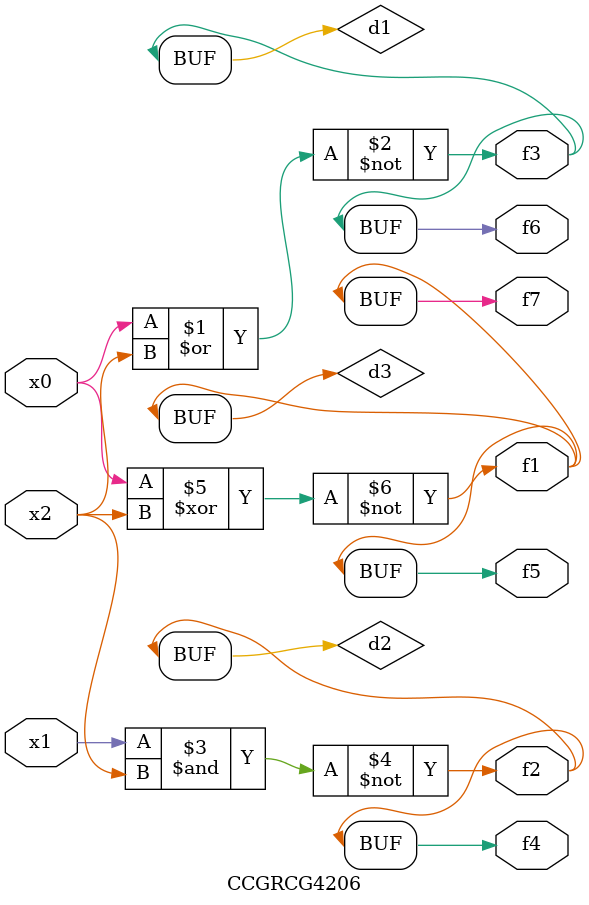
<source format=v>
module CCGRCG4206(
	input x0, x1, x2,
	output f1, f2, f3, f4, f5, f6, f7
);

	wire d1, d2, d3;

	nor (d1, x0, x2);
	nand (d2, x1, x2);
	xnor (d3, x0, x2);
	assign f1 = d3;
	assign f2 = d2;
	assign f3 = d1;
	assign f4 = d2;
	assign f5 = d3;
	assign f6 = d1;
	assign f7 = d3;
endmodule

</source>
